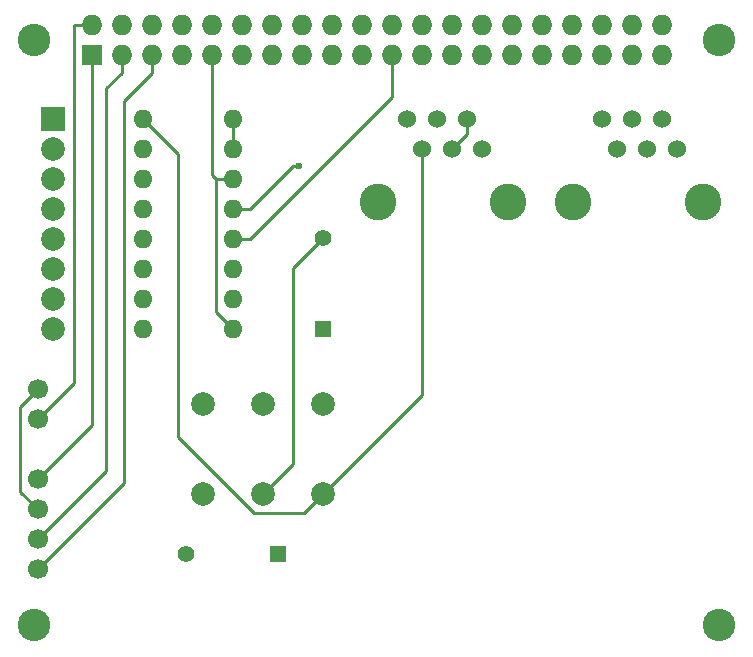
<source format=gbr>
G04 #@! TF.FileFunction,Copper,L2,Bot,Signal*
%FSLAX46Y46*%
G04 Gerber Fmt 4.6, Leading zero omitted, Abs format (unit mm)*
G04 Created by KiCad (PCBNEW 4.0.2-4+6225~38~ubuntu15.10.1-stable) date ven. 08 avril 2016 18:13:18 CEST*
%MOMM*%
G01*
G04 APERTURE LIST*
%ADD10C,0.100000*%
%ADD11C,1.524000*%
%ADD12C,3.100000*%
%ADD13C,1.700000*%
%ADD14R,1.727200X1.727200*%
%ADD15O,1.727200X1.727200*%
%ADD16C,2.750000*%
%ADD17C,2.000000*%
%ADD18R,2.000000X2.000000*%
%ADD19O,1.600000X1.600000*%
%ADD20C,1.998980*%
%ADD21R,1.400000X1.400000*%
%ADD22C,1.400000*%
%ADD23C,0.600000*%
%ADD24C,0.250000*%
G04 APERTURE END LIST*
D10*
D11*
X149102000Y-58160000D03*
X151642000Y-58160000D03*
X146562000Y-58160000D03*
X152912000Y-60700000D03*
X150372000Y-60700000D03*
X147832000Y-60700000D03*
D12*
X144110000Y-65200000D03*
X155110000Y-65200000D03*
D13*
X98810000Y-88640000D03*
X98810000Y-91180000D03*
X98810000Y-93720000D03*
X98810000Y-96260000D03*
D14*
X103370000Y-52770000D03*
D15*
X103370000Y-50230000D03*
X105910000Y-52770000D03*
X105910000Y-50230000D03*
X108450000Y-52770000D03*
X108450000Y-50230000D03*
X110990000Y-52770000D03*
X110990000Y-50230000D03*
X113530000Y-52770000D03*
X113530000Y-50230000D03*
X116070000Y-52770000D03*
X116070000Y-50230000D03*
X118610000Y-52770000D03*
X118610000Y-50230000D03*
X121150000Y-52770000D03*
X121150000Y-50230000D03*
X123690000Y-52770000D03*
X123690000Y-50230000D03*
X126230000Y-52770000D03*
X126230000Y-50230000D03*
X128770000Y-52770000D03*
X128770000Y-50230000D03*
X131310000Y-52770000D03*
X131310000Y-50230000D03*
X133850000Y-52770000D03*
X133850000Y-50230000D03*
X136390000Y-52770000D03*
X136390000Y-50230000D03*
X138930000Y-52770000D03*
X138930000Y-50230000D03*
X141470000Y-52770000D03*
X141470000Y-50230000D03*
X144010000Y-52770000D03*
X144010000Y-50230000D03*
X146550000Y-52770000D03*
X146550000Y-50230000D03*
X149090000Y-52770000D03*
X149090000Y-50230000D03*
X151630000Y-52770000D03*
X151630000Y-50230000D03*
D16*
X156500000Y-51500000D03*
X98500000Y-51500000D03*
X98500000Y-101000000D03*
X156500000Y-101000000D03*
D17*
X100080000Y-75940000D03*
X100080000Y-73400000D03*
X100080000Y-60700000D03*
X100080000Y-63240000D03*
D18*
X100080000Y-58160000D03*
D17*
X100080000Y-65780000D03*
X100080000Y-68320000D03*
X100080000Y-70860000D03*
D19*
X107700000Y-58160000D03*
X107700000Y-60700000D03*
X107700000Y-63240000D03*
X107700000Y-65780000D03*
X107700000Y-68320000D03*
X107700000Y-70860000D03*
X107700000Y-73400000D03*
X107700000Y-75940000D03*
X115320000Y-75940000D03*
X115320000Y-73400000D03*
X115320000Y-70860000D03*
X115320000Y-68320000D03*
X115320000Y-65780000D03*
X115320000Y-63240000D03*
X115320000Y-60700000D03*
X115320000Y-58160000D03*
D20*
X117860000Y-82290000D03*
X117860000Y-89910000D03*
X122940000Y-82290000D03*
X122940000Y-89910000D03*
X112780000Y-82290000D03*
X112780000Y-89910000D03*
D21*
X122940000Y-75940000D03*
D22*
X122940000Y-68190000D03*
D21*
X119130000Y-94990000D03*
D22*
X111380000Y-94990000D03*
D11*
X132592000Y-58160000D03*
X135132000Y-58160000D03*
X130052000Y-58160000D03*
X136402000Y-60700000D03*
X133862000Y-60700000D03*
X131322000Y-60700000D03*
D12*
X127600000Y-65200000D03*
X138600000Y-65200000D03*
D13*
X98810000Y-83560000D03*
X98810000Y-81020000D03*
D23*
X120935600Y-62112200D03*
D24*
X104616200Y-87913800D02*
X98810000Y-93720000D01*
X104616200Y-55552700D02*
X104616200Y-87913800D01*
X105910000Y-54258900D02*
X104616200Y-55552700D01*
X105910000Y-52770000D02*
X105910000Y-54258900D01*
X108450000Y-52770000D02*
X108450000Y-54258900D01*
X106116900Y-56592000D02*
X108450000Y-54258900D01*
X106116900Y-88953100D02*
X106116900Y-56592000D01*
X98810000Y-96260000D02*
X106116900Y-88953100D01*
X115320000Y-58160000D02*
X115320000Y-60700000D01*
X128770000Y-56295300D02*
X128770000Y-52770000D01*
X116745300Y-68320000D02*
X128770000Y-56295300D01*
X115320000Y-68320000D02*
X116745300Y-68320000D01*
X120413100Y-62112200D02*
X120935600Y-62112200D01*
X116745300Y-65780000D02*
X120413100Y-62112200D01*
X115320000Y-65780000D02*
X116745300Y-65780000D01*
X120400100Y-87369900D02*
X117860000Y-89910000D01*
X120400100Y-70729900D02*
X120400100Y-87369900D01*
X122940000Y-68190000D02*
X120400100Y-70729900D01*
X131322000Y-81528000D02*
X122940000Y-89910000D01*
X131322000Y-60700000D02*
X131322000Y-81528000D01*
X110645000Y-61105000D02*
X107700000Y-58160000D01*
X110645000Y-85063100D02*
X110645000Y-61105000D01*
X117120400Y-91538500D02*
X110645000Y-85063100D01*
X121311500Y-91538500D02*
X117120400Y-91538500D01*
X122940000Y-89910000D02*
X121311500Y-91538500D01*
X103370000Y-52770000D02*
X103370000Y-54258900D01*
X103370000Y-84080000D02*
X98810000Y-88640000D01*
X103370000Y-54258900D02*
X103370000Y-84080000D01*
X97332700Y-89702700D02*
X98810000Y-91180000D01*
X97332700Y-82497300D02*
X97332700Y-89702700D01*
X98810000Y-81020000D02*
X97332700Y-82497300D01*
X115320000Y-63240000D02*
X113894700Y-63240000D01*
X113530000Y-62875300D02*
X113530000Y-52770000D01*
X113894700Y-63240000D02*
X113530000Y-62875300D01*
X113894700Y-74514700D02*
X113894700Y-63240000D01*
X115320000Y-75940000D02*
X113894700Y-74514700D01*
X135132000Y-59430000D02*
X135132000Y-58160000D01*
X133862000Y-60700000D02*
X135132000Y-59430000D01*
X103370000Y-50230000D02*
X101881100Y-50230000D01*
X101881100Y-80488900D02*
X98810000Y-83560000D01*
X101881100Y-50230000D02*
X101881100Y-80488900D01*
M02*

</source>
